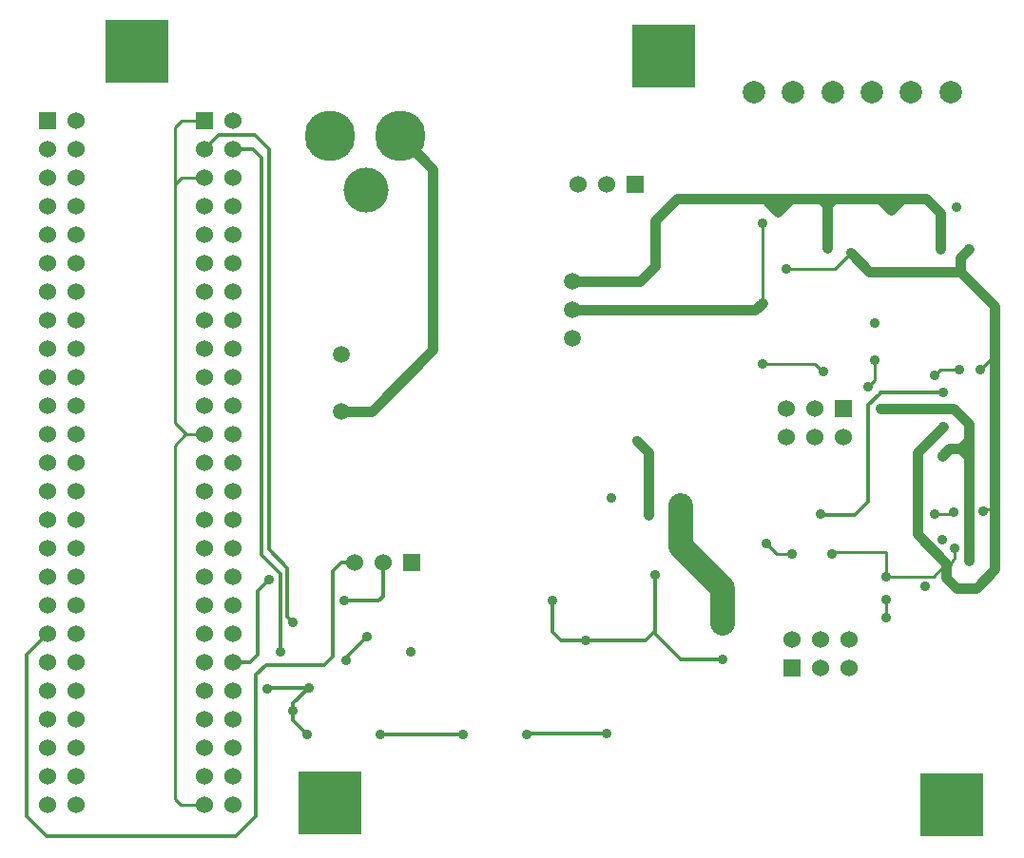
<source format=gbl>
G04 (created by PCBNEW (22-Jun-2014 BZR 4027)-stable) date jue 23 oct 2014 04:04:09 CST*
%MOIN*%
G04 Gerber Fmt 3.4, Leading zero omitted, Abs format*
%FSLAX34Y34*%
G01*
G70*
G90*
G04 APERTURE LIST*
%ADD10C,0.00590551*%
%ADD11C,0.0590551*%
%ADD12C,0.0591*%
%ADD13R,0.06X0.06*%
%ADD14C,0.06*%
%ADD15C,0.0787402*%
%ADD16C,0.177165*%
%ADD17C,0.15748*%
%ADD18R,0.22X0.22*%
%ADD19C,0.035*%
%ADD20C,0.0858268*%
%ADD21C,0.0125984*%
%ADD22C,0.0358268*%
%ADD23C,0.01*%
G04 APERTURE END LIST*
G54D10*
G54D11*
X33100Y-20850D03*
X33100Y-21850D03*
X33100Y-22850D03*
G54D12*
X25000Y-25400D03*
X25000Y-23400D03*
G54D13*
X35300Y-17450D03*
G54D14*
X34300Y-17450D03*
X33300Y-17450D03*
G54D13*
X27450Y-30700D03*
G54D14*
X26450Y-30700D03*
X25450Y-30700D03*
G54D15*
X46350Y-14200D03*
X44972Y-14200D03*
X43594Y-14200D03*
X42216Y-14200D03*
X40838Y-14200D03*
X39460Y-14200D03*
G54D16*
X27050Y-15750D03*
G54D17*
X25868Y-17639D03*
G54D16*
X24589Y-15750D03*
G54D13*
X40800Y-34400D03*
G54D14*
X40800Y-33400D03*
X41800Y-34400D03*
X41800Y-33400D03*
X42800Y-34400D03*
X42800Y-33400D03*
G54D13*
X42600Y-25300D03*
G54D14*
X42600Y-26300D03*
X41600Y-25300D03*
X41600Y-26300D03*
X40600Y-25300D03*
X40600Y-26300D03*
G54D13*
X20200Y-15200D03*
G54D14*
X21200Y-15200D03*
X20200Y-20200D03*
X21200Y-16200D03*
X20200Y-21200D03*
X21200Y-17200D03*
X20200Y-22200D03*
X21200Y-18200D03*
X20200Y-23200D03*
X21200Y-19200D03*
X20200Y-24200D03*
X21200Y-20200D03*
X20200Y-25200D03*
X21200Y-21200D03*
X20200Y-26200D03*
X21200Y-22200D03*
X20200Y-27200D03*
X21200Y-23200D03*
X20200Y-28200D03*
X21200Y-24200D03*
X20200Y-29200D03*
X21200Y-25200D03*
X20200Y-30200D03*
X21200Y-26200D03*
X21200Y-27200D03*
X20200Y-31200D03*
X21200Y-28200D03*
X21200Y-30200D03*
X21200Y-31200D03*
X21200Y-32200D03*
X21200Y-33200D03*
X20200Y-32200D03*
X20200Y-33200D03*
X20200Y-16200D03*
X20200Y-17200D03*
X20200Y-18200D03*
X20200Y-19200D03*
X20200Y-34200D03*
X21200Y-34200D03*
X21200Y-29200D03*
X20200Y-35200D03*
X21200Y-35200D03*
X20200Y-36200D03*
X21200Y-36200D03*
X20200Y-37200D03*
X21200Y-37200D03*
X20200Y-38200D03*
X21200Y-38200D03*
X20200Y-39200D03*
X21200Y-39200D03*
G54D13*
X14700Y-15200D03*
G54D14*
X15700Y-15200D03*
X14700Y-20200D03*
X15700Y-16200D03*
X14700Y-21200D03*
X15700Y-17200D03*
X14700Y-22200D03*
X15700Y-18200D03*
X14700Y-23200D03*
X15700Y-19200D03*
X14700Y-24200D03*
X15700Y-20200D03*
X14700Y-25200D03*
X15700Y-21200D03*
X14700Y-26200D03*
X15700Y-22200D03*
X14700Y-27200D03*
X15700Y-23200D03*
X14700Y-28200D03*
X15700Y-24200D03*
X14700Y-29200D03*
X15700Y-25200D03*
X14700Y-30200D03*
X15700Y-26200D03*
X15700Y-27200D03*
X14700Y-31200D03*
X15700Y-28200D03*
X15700Y-30200D03*
X15700Y-31200D03*
X15700Y-32200D03*
X15700Y-33200D03*
X14700Y-32200D03*
X14700Y-33200D03*
X14700Y-16200D03*
X14700Y-17200D03*
X14700Y-18200D03*
X14700Y-19200D03*
X14700Y-34200D03*
X15700Y-34200D03*
X15700Y-29200D03*
X14700Y-35200D03*
X15700Y-35200D03*
X14700Y-36200D03*
X15700Y-36200D03*
X14700Y-37200D03*
X15700Y-37200D03*
X14700Y-38200D03*
X15700Y-38200D03*
X14700Y-39200D03*
X15700Y-39200D03*
G54D18*
X17820Y-12782D03*
X36300Y-12936D03*
X24596Y-39160D03*
X46382Y-39200D03*
G54D19*
X38350Y-32850D03*
X36900Y-28700D03*
X22850Y-33850D03*
X41800Y-29000D03*
X46100Y-24750D03*
X22450Y-31300D03*
X21200Y-34200D03*
X25100Y-32050D03*
X23300Y-32800D03*
X23300Y-35900D03*
X23800Y-36750D03*
X26350Y-36750D03*
X29250Y-36750D03*
X31500Y-36750D03*
X25150Y-34150D03*
X23850Y-35100D03*
X22400Y-35150D03*
X35350Y-26450D03*
X35750Y-29050D03*
X34300Y-36700D03*
X25900Y-33300D03*
X27425Y-33850D03*
X32400Y-32060D03*
X33550Y-33450D03*
X34450Y-28450D03*
X38350Y-34100D03*
X36000Y-31150D03*
X46550Y-18250D03*
X46500Y-30200D03*
X46050Y-29900D03*
X45450Y-31550D03*
X45800Y-29000D03*
X46450Y-28950D03*
X47500Y-28900D03*
X42200Y-30400D03*
X40800Y-30400D03*
X39900Y-30050D03*
X44100Y-32650D03*
X44100Y-32000D03*
X44100Y-31200D03*
X45800Y-24150D03*
X46650Y-23950D03*
X47400Y-23950D03*
X41900Y-24000D03*
X43450Y-24550D03*
X43700Y-23600D03*
X43700Y-22300D03*
X39750Y-23750D03*
X40600Y-20400D03*
X39750Y-18800D03*
X39750Y-21600D03*
X47000Y-19700D03*
X42850Y-19850D03*
X46100Y-25950D03*
X46200Y-30750D03*
X46050Y-26975D03*
X42025Y-19675D03*
X40300Y-18400D03*
X44250Y-18350D03*
X46000Y-19700D03*
X47000Y-30650D03*
X43900Y-25300D03*
G54D20*
X36900Y-30150D02*
X37450Y-30700D01*
X38350Y-31600D02*
X37450Y-30700D01*
X38350Y-32850D02*
X38350Y-31600D01*
X36900Y-28700D02*
X36900Y-30150D01*
G54D21*
X21900Y-16200D02*
X21200Y-16200D01*
X22200Y-16500D02*
X21900Y-16200D01*
X22200Y-30450D02*
X22200Y-16500D01*
X22850Y-31100D02*
X22200Y-30450D01*
X22850Y-33850D02*
X22850Y-31100D01*
X24400Y-34300D02*
X24700Y-34000D01*
X14700Y-33200D02*
X13950Y-33950D01*
X14650Y-40300D02*
X14800Y-40300D01*
X13950Y-39600D02*
X14650Y-40300D01*
X13950Y-33950D02*
X13950Y-39600D01*
X21300Y-40300D02*
X14800Y-40300D01*
X22000Y-39600D02*
X21300Y-40300D01*
X22000Y-34700D02*
X22000Y-39600D01*
X22350Y-34300D02*
X22000Y-34650D01*
X22000Y-34650D02*
X22000Y-34700D01*
X24700Y-33800D02*
X24700Y-33450D01*
X23350Y-34300D02*
X24400Y-34300D01*
X25000Y-30700D02*
X24700Y-31000D01*
X24700Y-31000D02*
X24700Y-33450D01*
X25000Y-30700D02*
X25450Y-30700D01*
X23350Y-34300D02*
X22350Y-34300D01*
X24700Y-34000D02*
X24700Y-33800D01*
X41800Y-29000D02*
X41850Y-29050D01*
X41850Y-29050D02*
X43000Y-29050D01*
X43475Y-28575D02*
X43000Y-29050D01*
X43475Y-25175D02*
X43475Y-28575D01*
X43850Y-24800D02*
X43475Y-25175D01*
X46100Y-24750D02*
X44300Y-24750D01*
X44300Y-24750D02*
X43900Y-24750D01*
X43900Y-24750D02*
X43850Y-24800D01*
X22050Y-33950D02*
X21800Y-34200D01*
X22050Y-31700D02*
X22050Y-33950D01*
X22450Y-31300D02*
X22050Y-31700D01*
X21200Y-34200D02*
X21800Y-34200D01*
X26450Y-30700D02*
X26450Y-31900D01*
X25400Y-32050D02*
X25300Y-32050D01*
X26300Y-32050D02*
X25400Y-32050D01*
X26450Y-31900D02*
X26300Y-32050D01*
X26450Y-31000D02*
X26450Y-30700D01*
X25300Y-32050D02*
X25100Y-32050D01*
X20700Y-15700D02*
X20200Y-16200D01*
X21950Y-15700D02*
X20700Y-15700D01*
X22250Y-16000D02*
X21950Y-15700D01*
X23100Y-30900D02*
X22450Y-30250D01*
X22450Y-30250D02*
X22450Y-16200D01*
X22450Y-16200D02*
X22250Y-16000D01*
X23100Y-32600D02*
X23100Y-31550D01*
X23300Y-32800D02*
X23100Y-32600D01*
X23100Y-31550D02*
X23100Y-30900D01*
X23300Y-35900D02*
X23300Y-35650D01*
X23300Y-36250D02*
X23300Y-35900D01*
X29250Y-36750D02*
X26350Y-36750D01*
X23800Y-36750D02*
X23300Y-36250D01*
X32250Y-36700D02*
X31550Y-36700D01*
X31500Y-36750D02*
X31550Y-36700D01*
X23300Y-35650D02*
X23850Y-35100D01*
X25150Y-34150D02*
X25150Y-34050D01*
X25150Y-34050D02*
X25900Y-33300D01*
X22400Y-35150D02*
X22450Y-35100D01*
X22450Y-35100D02*
X23850Y-35100D01*
G54D22*
X35750Y-26850D02*
X35350Y-26450D01*
X35750Y-29050D02*
X35750Y-26850D01*
G54D21*
X23800Y-35050D02*
X23850Y-35100D01*
X32150Y-36700D02*
X31950Y-36700D01*
X32250Y-36700D02*
X32150Y-36700D01*
X34300Y-36700D02*
X32500Y-36700D01*
X32500Y-36700D02*
X32250Y-36700D01*
G54D23*
X25900Y-33400D02*
X25900Y-33300D01*
G54D21*
X23850Y-35100D02*
X23900Y-35150D01*
X32710Y-33450D02*
X33550Y-33450D01*
X32400Y-33140D02*
X32710Y-33450D01*
X32400Y-32060D02*
X32400Y-33140D01*
X33550Y-33450D02*
X33560Y-33440D01*
X33560Y-33440D02*
X35670Y-33440D01*
X35670Y-33440D02*
X36000Y-33110D01*
G54D23*
X19150Y-27000D02*
X19150Y-39000D01*
X19150Y-39000D02*
X19350Y-39200D01*
X19350Y-39200D02*
X20200Y-39200D01*
X20200Y-26200D02*
X19550Y-26200D01*
X19550Y-26200D02*
X19500Y-26250D01*
X19150Y-27000D02*
X19150Y-26600D01*
X19150Y-26600D02*
X19500Y-26250D01*
X19500Y-26250D02*
X19550Y-26200D01*
G54D22*
X25000Y-25400D02*
X26050Y-25400D01*
X26050Y-25400D02*
X28200Y-23250D01*
X28200Y-23250D02*
X28200Y-16900D01*
X28200Y-16900D02*
X27050Y-15750D01*
G54D23*
X20200Y-17200D02*
X19400Y-17200D01*
X19400Y-17200D02*
X19150Y-17450D01*
X20200Y-15200D02*
X19400Y-15200D01*
X19400Y-15200D02*
X19150Y-15450D01*
X19550Y-26200D02*
X19150Y-25800D01*
X19150Y-25800D02*
X19150Y-17450D01*
X20200Y-26200D02*
X19550Y-26200D01*
X19150Y-17450D02*
X19150Y-15450D01*
G54D22*
X33100Y-21850D02*
X39500Y-21850D01*
X39500Y-21850D02*
X39750Y-21600D01*
G54D21*
X38350Y-34100D02*
X36900Y-34100D01*
X36900Y-34100D02*
X36000Y-33200D01*
X36000Y-33200D02*
X36000Y-33110D01*
X36000Y-33110D02*
X36000Y-31150D01*
G54D23*
X46350Y-30750D02*
X46500Y-30550D01*
X46500Y-30550D02*
X46500Y-30200D01*
X46200Y-30800D02*
X46350Y-30800D01*
X47900Y-28850D02*
X47550Y-28850D01*
X46400Y-29000D02*
X45800Y-29000D01*
X46450Y-28950D02*
X46400Y-29000D01*
X47550Y-28850D02*
X47500Y-28900D01*
X39900Y-30050D02*
X39950Y-30100D01*
X44100Y-30350D02*
X42250Y-30350D01*
X40800Y-30400D02*
X40300Y-30400D01*
X40300Y-30400D02*
X40250Y-30400D01*
X40250Y-30400D02*
X39950Y-30100D01*
X44100Y-30350D02*
X44100Y-31200D01*
X46200Y-30750D02*
X45750Y-31200D01*
X44100Y-32000D02*
X44100Y-32650D01*
X45750Y-31200D02*
X44100Y-31200D01*
X47875Y-21675D02*
X47875Y-23475D01*
X46000Y-23950D02*
X45800Y-24150D01*
X46650Y-23950D02*
X46000Y-23950D01*
X47875Y-23475D02*
X47400Y-23950D01*
X39750Y-23750D02*
X41600Y-23750D01*
X41600Y-23750D02*
X41850Y-24000D01*
X41850Y-24000D02*
X41900Y-24000D01*
X43450Y-24550D02*
X43700Y-24300D01*
X43700Y-24300D02*
X43700Y-23600D01*
X39750Y-20650D02*
X39750Y-21600D01*
X42300Y-20400D02*
X40600Y-20400D01*
X39750Y-18800D02*
X39750Y-20650D01*
X42850Y-19850D02*
X42300Y-20400D01*
G54D22*
X47000Y-19700D02*
X46700Y-20000D01*
X46700Y-20000D02*
X46700Y-20500D01*
X42850Y-19850D02*
X43500Y-20500D01*
X46700Y-20500D02*
X43750Y-20500D01*
X43500Y-20500D02*
X43750Y-20500D01*
X46100Y-25950D02*
X45200Y-26850D01*
X45200Y-29700D02*
X46200Y-30750D01*
X45200Y-26850D02*
X45200Y-29700D01*
X46700Y-20500D02*
X47875Y-21675D01*
X47875Y-21675D02*
X47900Y-21700D01*
X47900Y-21700D02*
X47900Y-28850D01*
X47900Y-28850D02*
X47900Y-30950D01*
X47900Y-30950D02*
X47250Y-31600D01*
X47250Y-31600D02*
X46550Y-31600D01*
X46550Y-31600D02*
X46200Y-31250D01*
X46200Y-31250D02*
X46200Y-30750D01*
X39675Y-17950D02*
X36750Y-17950D01*
X35450Y-20850D02*
X33100Y-20850D01*
X36000Y-20300D02*
X35450Y-20850D01*
X36000Y-18700D02*
X36000Y-20300D01*
X36750Y-17950D02*
X36000Y-18700D01*
X47000Y-27025D02*
X46700Y-26725D01*
X47000Y-26425D02*
X46700Y-26725D01*
X46675Y-26700D02*
X46675Y-26725D01*
X46700Y-26725D02*
X46675Y-26700D01*
X46050Y-26975D02*
X46300Y-26725D01*
X46300Y-26725D02*
X46675Y-26725D01*
X46675Y-26725D02*
X47000Y-26725D01*
X41225Y-17950D02*
X40750Y-17950D01*
X40750Y-17950D02*
X40300Y-18400D01*
X39675Y-17950D02*
X39850Y-17950D01*
X39850Y-17950D02*
X40300Y-18400D01*
X44850Y-17950D02*
X44650Y-17950D01*
X44650Y-17950D02*
X44250Y-18350D01*
X43850Y-17950D02*
X44250Y-18350D01*
X42025Y-18175D02*
X42250Y-17950D01*
X42250Y-17950D02*
X42550Y-17950D01*
X42025Y-18175D02*
X41800Y-17950D01*
X42025Y-19675D02*
X42025Y-18175D01*
X40050Y-17950D02*
X39675Y-17950D01*
X40350Y-17950D02*
X40050Y-17950D01*
X40350Y-17950D02*
X40300Y-18000D01*
X40300Y-18000D02*
X40300Y-18400D01*
X44250Y-17950D02*
X44250Y-18000D01*
X44250Y-18000D02*
X44250Y-18350D01*
X45750Y-18200D02*
X45500Y-17950D01*
X46000Y-19700D02*
X46000Y-18450D01*
X46000Y-18450D02*
X45750Y-18200D01*
X45500Y-17950D02*
X44850Y-17950D01*
X44850Y-17950D02*
X44250Y-17950D01*
X44250Y-17950D02*
X43850Y-17950D01*
X43850Y-17950D02*
X42550Y-17950D01*
X42550Y-17950D02*
X41800Y-17950D01*
X41800Y-17950D02*
X41225Y-17950D01*
X41225Y-17950D02*
X40350Y-17950D01*
X47000Y-26850D02*
X47000Y-27025D01*
X47000Y-27025D02*
X47000Y-26725D01*
X47000Y-26725D02*
X47000Y-26425D01*
X47000Y-26425D02*
X47000Y-25850D01*
X47000Y-30650D02*
X47000Y-26850D01*
X43900Y-25300D02*
X46450Y-25300D01*
X46450Y-25300D02*
X46800Y-25650D01*
X47000Y-25850D02*
X46800Y-25650D01*
M02*

</source>
